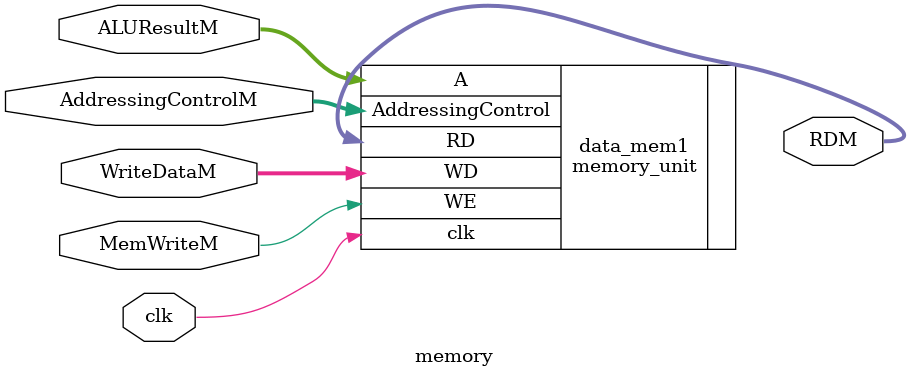
<source format=sv>
module memory(

input logic        clk,
input logic        MemWriteM, 
input logic [31:0] ALUResultM,
input logic [31:0] WriteDataM,
input logic [2:0]  AddressingControlM,

output logic [31:0] RDM

);

memory_unit data_mem1(

    .clk(clk),
    .WE(MemWriteM),
    .A(ALUResultM),
    .WD(WriteDataM),
    .AddressingControl(AddressingControlM),

    .RD(RDM)

);

endmodule

</source>
